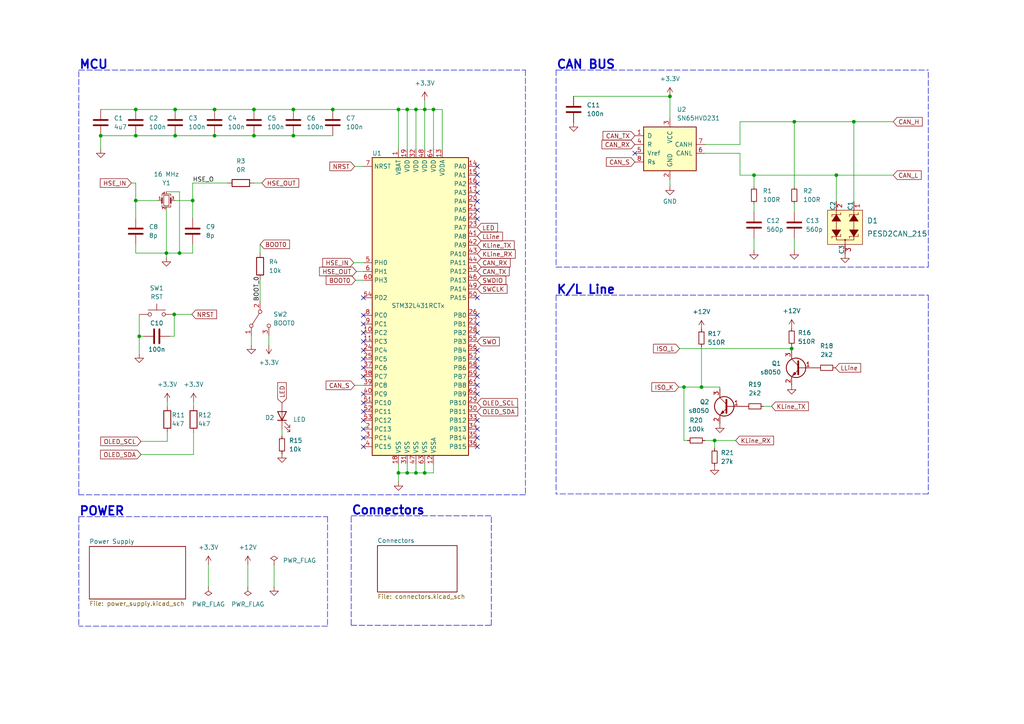
<source format=kicad_sch>
(kicad_sch (version 20211123) (generator eeschema)
  (paper "A4")
  (title_block (title "OBD Monitoring device") (date "2022-10-17") (rev "2"))
  (lib_symbols
    (symbol "+3.3V_1" (power) (pin_names (offset 0))
      (property "Value" "+3.3V_1" (at 0 3.556 0))
      (symbol "+3.3V_1_0_1"
        (polyline (pts (xy -0.762 1.27) (xy 0 2.54)))
        (polyline (pts (xy 0 0) (xy 0 2.54)))
        (polyline (pts (xy 0 2.54) (xy 0.762 1.27)))
      )
      (symbol "+3.3V_1_1_1"
        (pin power_in line (at 0 0 90) (length 0) hide (name "+3.3V") (number "1"))
      )
    )
    (symbol "+3.3V_2" (power) (pin_names (offset 0))
      (property "Value" "+3.3V_2" (at 0 3.556 0))
      (symbol "+3.3V_2_0_1"
        (polyline (pts (xy -0.762 1.27) (xy 0 2.54)))
        (polyline (pts (xy 0 0) (xy 0 2.54)))
        (polyline (pts (xy 0 2.54) (xy 0.762 1.27)))
      )
      (symbol "+3.3V_2_1_1"
        (pin power_in line (at 0 0 90) (length 0) hide (name "+3.3V") (number "1"))
      )
    )
    (symbol "+3.3V_3" (power) (pin_names (offset 0))
      (property "Value" "+3.3V_3" (at 0 3.556 0))
      (symbol "+3.3V_3_0_1"
        (polyline (pts (xy -0.762 1.27) (xy 0 2.54)))
        (polyline (pts (xy 0 0) (xy 0 2.54)))
        (polyline (pts (xy 0 2.54) (xy 0.762 1.27)))
      )
      (symbol "+3.3V_3_1_1"
        (pin power_in line (at 0 0 90) (length 0) hide (name "+3.3V") (number "1"))
      )
    )
    (symbol "+3.3V_4" (power) (pin_names (offset 0))
      (property "Value" "+3.3V_4" (at 0 3.556 0))
      (symbol "+3.3V_4_0_1"
        (polyline (pts (xy -0.762 1.27) (xy 0 2.54)))
        (polyline (pts (xy 0 0) (xy 0 2.54)))
        (polyline (pts (xy 0 2.54) (xy 0.762 1.27)))
      )
      (symbol "+3.3V_4_1_1"
        (pin power_in line (at 0 0 90) (length 0) hide (name "+3.3V") (number "1"))
      )
    )
    (symbol "+3.3V_5" (power) (pin_names (offset 0))
      (property "Value" "+3.3V_5" (at 0 3.556 0))
      (symbol "+3.3V_5_0_1"
        (polyline (pts (xy -0.762 1.27) (xy 0 2.54)))
        (polyline (pts (xy 0 0) (xy 0 2.54)))
        (polyline (pts (xy 0 2.54) (xy 0.762 1.27)))
      )
      (symbol "+3.3V_5_1_1"
        (pin power_in line (at 0 0 90) (length 0) hide (name "+3.3V") (number "1"))
      )
    )
    (symbol "+3.3V_7" (power) (pin_names (offset 0))
      (property "Value" "+3.3V_7" (at 0 3.556 0))
      (symbol "+3.3V_7_0_1"
        (polyline (pts (xy -0.762 1.27) (xy 0 2.54)))
        (polyline (pts (xy 0 0) (xy 0 2.54)))
        (polyline (pts (xy 0 2.54) (xy 0.762 1.27)))
      )
      (symbol "+3.3V_7_1_1"
        (pin power_in line (at 0 0 90) (length 0) hide (name "+3.3V") (number "1"))
      )
    )
    (symbol "Device:C" (pin_numbers hide) (pin_names (offset 0.254))
      (property "Reference" "C" (at 0.635 2.54 0))
      (property "Value" "C" (at 0.635 -2.54 0))
      (symbol "C_0_1"
        (polyline (pts (xy -2.032 -0.762) (xy 2.032 -0.762)) (stroke (width 0.508)))
        (polyline (pts (xy -2.032 0.762) (xy 2.032 0.762)) (stroke (width 0.508)))
      )
      (symbol "C_1_1"
        (pin passive line (at 0 3.81 270) (length 2.794) (name "~") (number "1"))
        (pin passive line (at 0 -3.81 90) (length 2.794) (name "~") (number "2"))
      )
    )
    (symbol "Device:Crystal_GND24_Small" (pin_names (offset 1.016) hide)
      (property "Reference" "Y" (at 1.27 4.445 0))
      (property "Value" "Crystal_GND24_Small" (at 1.27 2.54 0))
      (symbol "Crystal_GND24_Small_0_1"
        (rectangle (start -0.762 -1.524) (end 0.762 1.524))
        (polyline (pts (xy -1.27 -0.762) (xy -1.27 0.762)) (stroke (width 0.381)))
        (polyline (pts (xy 1.27 -0.762) (xy 1.27 0.762)) (stroke (width 0.381)))
        (polyline (pts (xy -1.27 -1.27) (xy -1.27 -1.905) (xy 1.27 -1.905) (xy 1.27 -1.27)))
        (polyline (pts (xy -1.27 1.27) (xy -1.27 1.905) (xy 1.27 1.905) (xy 1.27 1.27)))
      )
      (symbol "Crystal_GND24_Small_1_1"
        (pin passive line (at -2.54 0 0) (length 1.27) (name "1") (number "1"))
        (pin passive line (at 0 -2.54 90) (length 0.635) (name "2") (number "2"))
        (pin passive line (at 2.54 0 180) (length 1.27) (name "3") (number "3"))
        (pin passive line (at 0 2.54 270) (length 0.635) (name "4") (number "4"))
      )
    )
    (symbol "Device:LED" (pin_numbers hide) (pin_names (offset 1.016) hide)
      (property "Reference" "D" (at 0 2.54 0))
      (property "Value" "LED" (at 0 -2.54 0))
      (symbol "LED_0_1"
        (polyline (pts (xy -1.27 -1.27) (xy -1.27 1.27)) (stroke (width 0.254)))
        (polyline (pts (xy -1.27 0) (xy 1.27 0)))
        (polyline (pts (xy 1.27 -1.27) (xy 1.27 1.27) (xy -1.27 0) (xy 1.27 -1.27)) (stroke (width 0.254)))
        (polyline (pts (xy -3.048 -0.762) (xy -4.572 -2.286) (xy -3.81 -2.286) (xy -4.572 -2.286) (xy -4.572 -1.524)))
        (polyline (pts (xy -1.778 -0.762) (xy -3.302 -2.286) (xy -2.54 -2.286) (xy -3.302 -2.286) (xy -3.302 -1.524)))
      )
      (symbol "LED_1_1"
        (pin passive line (at -3.81 0 0) (length 2.54) (name "K") (number "1"))
        (pin passive line (at 3.81 0 180) (length 2.54) (name "A") (number "2"))
      )
    )
    (symbol "Device:Q_NPN_BEC" (pin_names (offset 0) hide)
      (property "Reference" "Q" (at 5.08 1.27 0))
      (property "Value" "Q_NPN_BEC" (at 5.08 -1.27 0))
      (symbol "Q_NPN_BEC_0_1"
        (polyline (pts (xy 0.635 0.635) (xy 2.54 2.54)))
        (polyline (pts (xy 0.635 -0.635) (xy 2.54 -2.54) (xy 2.54 -2.54)))
        (polyline (pts (xy 0.635 1.905) (xy 0.635 -1.905) (xy 0.635 -1.905)) (stroke (width 0.508)))
        (polyline (pts (xy 1.27 -1.778) (xy 1.778 -1.27) (xy 2.286 -2.286) (xy 1.27 -1.778) (xy 1.27 -1.778)) (fill (type outline)))
        (circle (center 1.27 0) (radius 2.8194) (stroke (width 0.254)))
      )
      (symbol "Q_NPN_BEC_1_1"
        (pin input line (at -5.08 0 0) (length 5.715) (name "B") (number "1"))
        (pin passive line (at 2.54 -5.08 90) (length 2.54) (name "E") (number "2"))
        (pin passive line (at 2.54 5.08 270) (length 2.54) (name "C") (number "3"))
      )
    )
    (symbol "Device:R" (pin_numbers hide) (pin_names (offset 0))
      (property "Reference" "R" (at 2.032 0 90))
      (property "Value" "R" (at 0 0 90))
      (symbol "R_0_1"
        (rectangle (start -1.016 -2.54) (end 1.016 2.54) (stroke (width 0.254)))
      )
      (symbol "R_1_1"
        (pin passive line (at 0 3.81 270) (length 1.27) (name "~") (number "1"))
        (pin passive line (at 0 -3.81 90) (length 1.27) (name "~") (number "2"))
      )
    )
    (symbol "Device:R_Small" (pin_numbers hide) (pin_names (offset 0.254) hide)
      (property "Reference" "R" (at 0.762 0.508 0))
      (property "Value" "R_Small" (at 0.762 -1.016 0))
      (symbol "R_Small_0_1"
        (rectangle (start -0.762 1.778) (end 0.762 -1.778) (stroke (width 0.2032)))
      )
      (symbol "R_Small_1_1"
        (pin passive line (at 0 2.54 270) (length 0.762) (name "~") (number "1"))
        (pin passive line (at 0 -2.54 90) (length 0.762) (name "~") (number "2"))
      )
    )
    (symbol "Interface_CAN_LIN:SN65HVD230" (pin_names (offset 1.016))
      (property "Reference" "U" (at -2.54 10.16 0))
      (property "Value" "SN65HVD230" (at -2.54 7.62 0))
      (symbol "SN65HVD230_0_1"
        (rectangle (start -7.62 5.08) (end 7.62 -7.62) (stroke (width 0.254)) (fill (type background)))
      )
      (symbol "SN65HVD230_1_1"
        (pin input line (at -10.16 2.54 0) (length 2.54) (name "D") (number "1"))
        (pin power_in line (at 0 -10.16 90) (length 2.54) (name "GND") (number "2"))
        (pin power_in line (at 0 7.62 270) (length 2.54) (name "VCC") (number "3"))
        (pin output line (at -10.16 0 0) (length 2.54) (name "R") (number "4"))
        (pin output line (at -10.16 -2.54 0) (length 2.54) (name "Vref") (number "5"))
        (pin bidirectional line (at 10.16 -2.54 180) (length 2.54) (name "CANL") (number "6"))
        (pin bidirectional line (at 10.16 0 180) (length 2.54) (name "CANH") (number "7"))
        (pin input line (at -10.16 -5.08 0) (length 2.54) (name "Rs") (number "8"))
      )
    )
    (symbol "MCU_ST_STM32L4:STM32L431RCTx"
      (property "Reference" "U" (at -15.24 44.45 0))
      (property "Value" "STM32L431RCTx" (at 7.62 44.45 0))
      (symbol "STM32L431RCTx_0_1"
        (rectangle (start -15.24 -43.18) (end 12.7 43.18) (stroke (width 0.254)) (fill (type background)))
      )
      (symbol "STM32L431RCTx_1_1"
        (pin power_in line (at -7.62 45.72 270) (length 2.54) (name "VBAT") (number "1"))
        (pin bidirectional line (at -17.78 -7.62 0) (length 2.54) (name "PC2") (number "10"))
        (pin bidirectional line (at -17.78 -10.16 0) (length 2.54) (name "PC3") (number "11"))
        (pin power_in line (at 2.54 -45.72 90) (length 2.54) (name "VSSA") (number "12"))
        (pin power_in line (at 5.08 45.72 270) (length 2.54) (name "VDDA") (number "13"))
        (pin bidirectional line (at 15.24 40.64 180) (length 2.54) (name "PA0") (number "14"))
        (pin bidirectional line (at 15.24 38.1 180) (length 2.54) (name "PA1") (number "15"))
        (pin bidirectional line (at 15.24 35.56 180) (length 2.54) (name "PA2") (number "16"))
        (pin bidirectional line (at 15.24 33.02 180) (length 2.54) (name "PA3") (number "17"))
        (pin power_in line (at -7.62 -45.72 90) (length 2.54) (name "VSS") (number "18"))
        (pin power_in line (at -5.08 45.72 270) (length 2.54) (name "VDD") (number "19"))
        (pin bidirectional line (at -17.78 -35.56 0) (length 2.54) (name "PC13") (number "2"))
        (pin bidirectional line (at 15.24 30.48 180) (length 2.54) (name "PA4") (number "20"))
        (pin bidirectional line (at 15.24 27.94 180) (length 2.54) (name "PA5") (number "21"))
        (pin bidirectional line (at 15.24 25.4 180) (length 2.54) (name "PA6") (number "22"))
        (pin bidirectional line (at 15.24 22.86 180) (length 2.54) (name "PA7") (number "23"))
        (pin bidirectional line (at -17.78 -12.7 0) (length 2.54) (name "PC4") (number "24"))
        (pin bidirectional line (at -17.78 -15.24 0) (length 2.54) (name "PC5") (number "25"))
        (pin bidirectional line (at 15.24 -2.54 180) (length 2.54) (name "PB0") (number "26"))
        (pin bidirectional line (at 15.24 -5.08 180) (length 2.54) (name "PB1") (number "27"))
        (pin bidirectional line (at 15.24 -7.62 180) (length 2.54) (name "PB2") (number "28"))
        (pin bidirectional line (at 15.24 -27.94 180) (length 2.54) (name "PB10") (number "29"))
        (pin bidirectional line (at -17.78 -38.1 0) (length 2.54) (name "PC14") (number "3"))
        (pin bidirectional line (at 15.24 -30.48 180) (length 2.54) (name "PB11") (number "30"))
        (pin power_in line (at -5.08 -45.72 90) (length 2.54) (name "VSS") (number "31"))
        (pin power_in line (at -2.54 45.72 270) (length 2.54) (name "VDD") (number "32"))
        (pin bidirectional line (at 15.24 -33.02 180) (length 2.54) (name "PB12") (number "33"))
        (pin bidirectional line (at 15.24 -35.56 180) (length 2.54) (name "PB13") (number "34"))
        (pin bidirectional line (at 15.24 -38.1 180) (length 2.54) (name "PB14") (number "35"))
        (pin bidirectional line (at 15.24 -40.64 180) (length 2.54) (name "PB15") (number "36"))
        (pin bidirectional line (at -17.78 -17.78 0) (length 2.54) (name "PC6") (number "37"))
        (pin bidirectional line (at -17.78 -20.32 0) (length 2.54) (name "PC7") (number "38"))
        (pin bidirectional line (at -17.78 -22.86 0) (length 2.54) (name "PC8") (number "39"))
        (pin bidirectional line (at -17.78 -40.64 0) (length 2.54) (name "PC15") (number "4"))
        (pin bidirectional line (at -17.78 -25.4 0) (length 2.54) (name "PC9") (number "40"))
        (pin bidirectional line (at 15.24 20.32 180) (length 2.54) (name "PA8") (number "41"))
        (pin bidirectional line (at 15.24 17.78 180) (length 2.54) (name "PA9") (number "42"))
        (pin bidirectional line (at 15.24 15.24 180) (length 2.54) (name "PA10") (number "43"))
        (pin bidirectional line (at 15.24 12.7 180) (length 2.54) (name "PA11") (number "44"))
        (pin bidirectional line (at 15.24 10.16 180) (length 2.54) (name "PA12") (number "45"))
        (pin bidirectional line (at 15.24 7.62 180) (length 2.54) (name "PA13") (number "46"))
        (pin power_in line (at -2.54 -45.72 90) (length 2.54) (name "VSS") (number "47"))
        (pin power_in line (at 0 45.72 270) (length 2.54) (name "VDD") (number "48"))
        (pin bidirectional line (at 15.24 5.08 180) (length 2.54) (name "PA14") (number "49"))
        (pin input line (at -17.78 12.7 0) (length 2.54) (name "PH0") (number "5"))
        (pin bidirectional line (at 15.24 2.54 180) (length 2.54) (name "PA15") (number "50"))
        (pin bidirectional line (at -17.78 -27.94 0) (length 2.54) (name "PC10") (number "51"))
        (pin bidirectional line (at -17.78 -30.48 0) (length 2.54) (name "PC11") (number "52"))
        (pin bidirectional line (at -17.78 -33.02 0) (length 2.54) (name "PC12") (number "53"))
        (pin bidirectional line (at -17.78 2.54 0) (length 2.54) (name "PD2") (number "54"))
        (pin bidirectional line (at 15.24 -10.16 180) (length 2.54) (name "PB3") (number "55"))
        (pin bidirectional line (at 15.24 -12.7 180) (length 2.54) (name "PB4") (number "56"))
        (pin bidirectional line (at 15.24 -15.24 180) (length 2.54) (name "PB5") (number "57"))
        (pin bidirectional line (at 15.24 -17.78 180) (length 2.54) (name "PB6") (number "58"))
        (pin bidirectional line (at 15.24 -20.32 180) (length 2.54) (name "PB7") (number "59"))
        (pin input line (at -17.78 10.16 0) (length 2.54) (name "PH1") (number "6"))
        (pin bidirectional line (at -17.78 7.62 0) (length 2.54) (name "PH3") (number "60"))
        (pin bidirectional line (at 15.24 -22.86 180) (length 2.54) (name "PB8") (number "61"))
        (pin bidirectional line (at 15.24 -25.4 180) (length 2.54) (name "PB9") (number "62"))
        (pin power_in line (at 0 -45.72 90) (length 2.54) (name "VSS") (number "63"))
        (pin power_in line (at 2.54 45.72 270) (length 2.54) (name "VDD") (number "64"))
        (pin input line (at -17.78 40.64 0) (length 2.54) (name "NRST") (number "7"))
        (pin bidirectional line (at -17.78 -2.54 0) (length 2.54) (name "PC0") (number "8"))
        (pin bidirectional line (at -17.78 -5.08 0) (length 2.54) (name "PC1") (number "9"))
      )
    )
    (symbol "Switch:SW_Push" (pin_numbers hide) (pin_names (offset 1.016) hide)
      (property "Reference" "SW" (at 1.27 2.54 0))
      (property "Value" "SW_Push" (at 0 -1.524 0))
      (symbol "SW_Push_0_1"
        (circle (center -2.032 0) (radius 0.508))
        (polyline (pts (xy 0 1.27) (xy 0 3.048)))
        (polyline (pts (xy 2.54 1.27) (xy -2.54 1.27)))
        (circle (center 2.032 0) (radius 0.508))
        (pin passive line (at -5.08 0 0) (length 2.54) (name "1") (number "1"))
        (pin passive line (at 5.08 0 180) (length 2.54) (name "2") (number "2"))
      )
    )
    (symbol "Switch:SW_SPDT" (pin_names (offset 0) hide)
      (property "Reference" "SW" (at 0 4.318 0))
      (property "Value" "SW_SPDT" (at 0 -5.08 0))
      (symbol "SW_SPDT_0_0"
        (circle (center -2.032 0) (radius 0.508))
        (circle (center 2.032 -2.54) (radius 0.508))
      )
      (symbol "SW_SPDT_0_1"
        (polyline (pts (xy -1.524 0.254) (xy 1.651 2.286)))
        (circle (center 2.032 2.54) (radius 0.508))
      )
      (symbol "SW_SPDT_1_1"
        (pin passive line (at 5.08 2.54 180) (length 2.54) (name "A") (number "1"))
        (pin passive line (at -5.08 0 0) (length 2.54) (name "B") (number "2"))
        (pin passive line (at 5.08 -2.54 180) (length 2.54) (name "C") (number "3"))
      )
    )
    (symbol "dk_TVS-Diodes:PESD2CAN_215" (pin_names (offset 0))
      (property "Reference" "D" (at -5.334 6.096 0))
      (property "Value" "PESD2CAN_215" (at 0 -6.35 0))
      (symbol "PESD2CAN_215_0_1"
        (rectangle (start -5.08 5.08) (end 4.826 -5.08) (fill (type background)))
        (polyline (pts (xy -3.81 -3.81) (xy -3.175 -3.81)))
        (polyline (pts (xy -3.81 -2.54) (xy -7.62 -2.54)))
        (polyline (pts (xy -3.81 -1.27) (xy -4.318 -1.27)))
        (polyline (pts (xy -3.81 -1.27) (xy -3.81 -3.81)))
        (polyline (pts (xy -3.81 1.27) (xy -3.175 1.27)))
        (polyline (pts (xy -3.81 2.54) (xy -7.62 2.54)))
        (polyline (pts (xy -3.81 3.81) (xy -4.318 3.81)))
        (polyline (pts (xy -3.81 3.81) (xy -3.81 1.27)))
        (polyline (pts (xy 0.635 -2.54) (xy -1.905 -2.54)))
        (polyline (pts (xy 0.635 2.54) (xy -1.905 2.54)))
        (polyline (pts (xy 0.635 2.54) (xy 0.635 2.54)))
        (polyline (pts (xy 2.54 -3.81) (xy 3.048 -3.81)))
        (polyline (pts (xy 2.54 -1.27) (xy 1.905 -1.27)))
        (polyline (pts (xy 2.54 -1.27) (xy 2.54 -3.81)))
        (polyline (pts (xy 2.54 1.27) (xy 3.048 1.27)))
        (polyline (pts (xy 2.54 3.81) (xy 1.905 3.81)))
        (polyline (pts (xy 2.54 3.81) (xy 2.54 1.27)))
        (polyline (pts (xy 3.556 0) (xy 6.096 0)))
        (polyline (pts (xy -1.905 -1.27) (xy -1.905 -3.81) (xy -3.81 -2.54) (xy -1.905 -1.27)) (fill (type outline)))
        (polyline (pts (xy -1.905 1.27) (xy -1.905 3.81) (xy -3.81 2.54) (xy -1.905 1.27)) (fill (type outline)))
        (polyline (pts (xy 0.635 -1.27) (xy 0.635 -3.81) (xy 2.54 -2.54) (xy 0.635 -1.27)) (fill (type outline)))
        (polyline (pts (xy 0.635 3.81) (xy 0.635 1.27) (xy 2.54 2.54) (xy 0.635 3.81)) (fill (type outline)))
        (polyline (pts (xy 1.016 2.54) (xy 3.556 2.54) (xy 3.556 -2.54) (xy 1.016 -2.54)))
        (circle (center 3.556 0) (radius 0.1778) (fill (type outline)))
      )
      (symbol "PESD2CAN_215_1_1"
        (pin bidirectional line (at -7.62 2.54 0) (length 2.54) (name "C1") (number "1"))
        (pin bidirectional line (at -7.62 -2.54 0) (length 2.54) (name "C2") (number "2"))
        (pin bidirectional line (at 7.62 0 180) (length 2.54) (name "C3") (number "3"))
      )
    )
    (symbol "power:+12V" (power) (pin_names (offset 0))
      (property "Value" "+12V" (at 0 3.556 0))
      (symbol "+12V_0_1"
        (polyline (pts (xy -0.762 1.27) (xy 0 2.54)))
        (polyline (pts (xy 0 0) (xy 0 2.54)))
        (polyline (pts (xy 0 2.54) (xy 0.762 1.27)))
      )
      (symbol "+12V_1_1"
        (pin power_in line (at 0 0 90) (length 0) hide (name "+12V") (number "1"))
      )
    )
    (symbol "power:GND" (power) (pin_names (offset 0))
      (property "Value" "GND" (at 0 -3.81 0))
      (symbol "GND_0_1"
        (polyline (pts (xy 0 0) (xy 0 -1.27) (xy 1.27 -1.27) (xy 0 -2.54) (xy -1.27 -1.27) (xy 0 -1.27)))
      )
      (symbol "GND_1_1"
        (pin power_in line (at 0 0 270) (length 0) hide (name "GND") (number "1"))
      )
    )
    (symbol "power:PWR_FLAG" (power) (pin_numbers hide) (pin_names (offset 0) hide)
      (property "Value" "PWR_FLAG" (at 0 3.81 0))
      (symbol "PWR_FLAG_0_0"
        (pin power_out line (at 0 0 90) (length 0) (name "pwr") (number "1"))
      )
      (symbol "PWR_FLAG_0_1"
        (polyline (pts (xy 0 0) (xy 0 1.27) (xy -1.016 1.905) (xy 0 2.54) (xy 1.016 1.905) (xy 0 1.27)))
      )
    )
  )
  (junction (at 96.52 31.75))
  (junction (at 120.65 31.75))
  (junction (at 40.386 97.536))
  (junction (at 50.546 91.186))
  (junction (at 39.37 39.37))
  (junction (at 85.09 39.37))
  (junction (at 50.8 31.75))
  (junction (at 194.31 27.94))
  (junction (at 247.65 35.306))
  (junction (at 230.378 35.306))
  (junction (at 207.264 127.762))
  (junction (at 73.66 39.37))
  (junction (at 198.374 112.268))
  (junction (at 115.57 137.16))
  (junction (at 52.07 73.406))
  (junction (at 55.88 58.166))
  (junction (at 48.26 73.406))
  (junction (at 85.09 31.75))
  (junction (at 73.66 31.75))
  (junction (at 120.65 137.16))
  (junction (at 118.11 137.16))
  (junction (at 242.57 50.8))
  (junction (at 50.8 39.37))
  (junction (at 29.21 39.37))
  (junction (at 125.73 31.75))
  (junction (at 218.694 50.8))
  (junction (at 39.37 58.166))
  (junction (at 123.19 137.16))
  (junction (at 229.616 101.092))
  (junction (at 123.19 31.75))
  (junction (at 115.57 31.75))
  (junction (at 62.23 39.37))
  (junction (at 203.454 112.268))
  (junction (at 62.23 31.75))
  (junction (at 39.37 31.75))
  (junction (at 118.11 31.75))
  (no_connect (at 105.41 96.52))
  (no_connect (at 105.41 99.06))
  (no_connect (at 105.41 91.44))
  (no_connect (at 105.41 93.98))
  (no_connect (at 105.41 86.36))
  (no_connect (at 105.41 106.68))
  (no_connect (at 105.41 114.3))
  (no_connect (at 105.41 119.38))
  (no_connect (at 105.41 116.84))
  (no_connect (at 105.41 129.54))
  (no_connect (at 105.41 124.46))
  (no_connect (at 105.41 127))
  (no_connect (at 105.41 121.92))
  (no_connect (at 105.41 101.6))
  (no_connect (at 138.43 86.36))
  (no_connect (at 138.43 48.26))
  (no_connect (at 138.43 60.96))
  (no_connect (at 138.43 58.42))
  (no_connect (at 138.43 50.8))
  (no_connect (at 138.43 63.5))
  (no_connect (at 138.43 53.34))
  (no_connect (at 138.43 55.88))
  (no_connect (at 138.43 93.98))
  (no_connect (at 138.43 91.44))
  (no_connect (at 138.43 96.52))
  (no_connect (at 138.43 104.14))
  (no_connect (at 138.43 111.76))
  (no_connect (at 138.43 114.3))
  (no_connect (at 138.43 101.6))
  (no_connect (at 138.43 121.92))
  (no_connect (at 138.43 127))
  (no_connect (at 138.43 124.46))
  (no_connect (at 138.43 129.54))
  (no_connect (at 105.41 109.22))
  (no_connect (at 138.43 106.68))
  (no_connect (at 138.43 109.22))
  (no_connect (at 184.15 44.45))
  (no_connect (at 105.41 104.14))
  (polyline (pts (xy 152.4 143.51) (xy 22.86 143.51)))
  (wire (pts (xy 125.73 31.75) (xy 128.27 31.75)))
  (wire (pts (xy 229.616 101.092) (xy 229.616 101.6)))
  (polyline (pts (xy 142.494 181.356) (xy 142.494 149.606)))
  (wire (pts (xy 218.694 50.8) (xy 242.57 50.8)))
  (polyline (pts (xy 101.854 181.356) (xy 142.494 181.356)))
  (polyline (pts (xy 161.29 85.598) (xy 269.24 85.598)))
  (wire (pts (xy 214.63 35.306) (xy 214.63 41.91)))
  (wire (pts (xy 62.23 31.75) (xy 73.66 31.75)))
  (wire (pts (xy 230.378 59.182) (xy 230.378 61.468)))
  (wire (pts (xy 118.11 31.75) (xy 120.65 31.75)))
  (wire (pts (xy 194.31 27.94) (xy 166.37 27.94)))
  (wire (pts (xy 120.65 31.75) (xy 120.65 43.18)))
  (wire (pts (xy 48.514 128.016) (xy 40.894 128.016)))
  (wire (pts (xy 214.63 35.306) (xy 230.378 35.306)))
  (wire (pts (xy 40.386 91.186) (xy 40.386 97.536)))
  (wire (pts (xy 115.57 31.75) (xy 118.11 31.75)))
  (polyline (pts (xy 161.29 20.32) (xy 161.29 77.47)))
  (wire (pts (xy 197.104 101.092) (xy 229.616 101.092)))
  (polyline (pts (xy 22.86 143.51) (xy 22.86 20.32)))
  (wire (pts (xy 221.488 117.856) (xy 223.774 117.856)))
  (wire (pts (xy 198.374 127.762) (xy 198.374 112.268)))
  (wire (pts (xy 50.546 91.186) (xy 50.546 97.536)))
  (wire (pts (xy 39.37 58.166) (xy 39.37 63.246)))
  (wire (pts (xy 120.65 31.75) (xy 123.19 31.75)))
  (wire (pts (xy 56.134 125.476) (xy 56.134 131.826)))
  (wire (pts (xy 120.65 134.62) (xy 120.65 137.16)))
  (wire (pts (xy 48.514 125.476) (xy 48.514 128.016)))
  (wire (pts (xy 85.09 39.37) (xy 96.52 39.37)))
  (wire (pts (xy 118.11 134.62) (xy 118.11 137.16)))
  (wire (pts (xy 123.19 137.16) (xy 125.73 137.16)))
  (wire (pts (xy 73.66 31.75) (xy 85.09 31.75)))
  (wire (pts (xy 52.07 55.626) (xy 52.07 73.406)))
  (wire (pts (xy 72.898 97.536) (xy 72.898 100.076)))
  (wire (pts (xy 85.09 31.75) (xy 96.52 31.75)))
  (wire (pts (xy 60.452 163.83) (xy 60.452 170.18)))
  (wire (pts (xy 40.386 97.536) (xy 41.656 97.536)))
  (wire (pts (xy 29.21 31.75) (xy 39.37 31.75)))
  (wire (pts (xy 194.31 27.94) (xy 194.31 34.29)))
  (wire (pts (xy 123.19 29.21) (xy 123.19 31.75)))
  (wire (pts (xy 207.264 127.762) (xy 213.36 127.762)))
  (polyline (pts (xy 152.4 20.32) (xy 152.4 143.51)))
  (wire (pts (xy 118.11 137.16) (xy 120.65 137.16)))
  (wire (pts (xy 115.57 134.62) (xy 115.57 137.16)))
  (wire (pts (xy 204.47 127.762) (xy 207.264 127.762)))
  (wire (pts (xy 55.88 58.166) (xy 55.88 63.246)))
  (wire (pts (xy 214.63 50.8) (xy 218.694 50.8)))
  (wire (pts (xy 71.882 163.83) (xy 71.882 170.18)))
  (wire (pts (xy 48.26 55.626) (xy 52.07 55.626)))
  (wire (pts (xy 196.85 112.268) (xy 198.374 112.268)))
  (polyline (pts (xy 161.29 85.598) (xy 161.29 143.256)))
  (wire (pts (xy 52.07 73.406) (xy 48.26 73.406)))
  (wire (pts (xy 50.546 91.186) (xy 55.626 91.186)))
  (wire (pts (xy 75.438 81.026) (xy 75.438 87.376)))
  (wire (pts (xy 55.88 70.866) (xy 55.88 73.406)))
  (wire (pts (xy 123.19 134.62) (xy 123.19 137.16)))
  (wire (pts (xy 55.88 73.406) (xy 52.07 73.406)))
  (wire (pts (xy 229.616 100.33) (xy 229.616 101.092)))
  (wire (pts (xy 120.65 137.16) (xy 123.19 137.16)))
  (wire (pts (xy 50.8 39.37) (xy 62.23 39.37)))
  (polyline (pts (xy 22.86 20.32) (xy 27.94 20.32)))
  (polyline (pts (xy 22.86 149.86) (xy 94.996 149.86)))
  (wire (pts (xy 38.1 53.086) (xy 39.37 53.086)))
  (wire (pts (xy 204.47 44.45) (xy 214.63 44.45)))
  (polyline (pts (xy 161.29 20.32) (xy 269.24 20.32)))
  (wire (pts (xy 55.88 53.086) (xy 55.88 58.166)))
  (wire (pts (xy 123.19 31.75) (xy 123.19 43.18)))
  (wire (pts (xy 102.616 76.2) (xy 105.41 76.2)))
  (wire (pts (xy 194.31 52.07) (xy 194.31 53.975)))
  (wire (pts (xy 128.27 31.75) (xy 128.27 43.18)))
  (wire (pts (xy 39.37 53.086) (xy 39.37 58.166)))
  (wire (pts (xy 115.57 137.16) (xy 115.57 139.7)))
  (wire (pts (xy 247.65 35.306) (xy 259.08 35.306)))
  (wire (pts (xy 203.454 100.584) (xy 203.454 112.268)))
  (wire (pts (xy 50.546 97.536) (xy 49.276 97.536)))
  (polyline (pts (xy 94.996 149.86) (xy 94.996 181.61)))
  (wire (pts (xy 39.37 73.406) (xy 48.26 73.406)))
  (polyline (pts (xy 269.24 77.47) (xy 269.24 20.32)))
  (wire (pts (xy 115.57 31.75) (xy 115.57 43.18)))
  (wire (pts (xy 105.41 111.76) (xy 102.87 111.76)))
  (wire (pts (xy 214.63 41.91) (xy 204.47 41.91)))
  (polyline (pts (xy 27.94 20.32) (xy 152.4 20.32)))
  (wire (pts (xy 123.19 31.75) (xy 125.73 31.75)))
  (wire (pts (xy 56.134 131.826) (xy 40.894 131.826)))
  (wire (pts (xy 62.23 39.37) (xy 73.66 39.37)))
  (wire (pts (xy 40.386 97.536) (xy 40.386 102.616)))
  (wire (pts (xy 48.26 60.706) (xy 48.26 73.406)))
  (polyline (pts (xy 161.29 77.47) (xy 269.24 77.47)))
  (wire (pts (xy 48.514 116.586) (xy 48.514 117.856)))
  (wire (pts (xy 39.37 39.37) (xy 50.8 39.37)))
  (polyline (pts (xy 94.996 181.61) (xy 22.86 181.61)))
  (wire (pts (xy 50.8 31.75) (xy 62.23 31.75)))
  (wire (pts (xy 96.52 31.75) (xy 115.57 31.75)))
  (wire (pts (xy 56.134 116.586) (xy 56.134 117.856)))
  (wire (pts (xy 118.11 31.75) (xy 118.11 43.18)))
  (polyline (pts (xy 101.854 149.86) (xy 101.854 181.356)))
  (wire (pts (xy 115.57 137.16) (xy 118.11 137.16)))
  (polyline (pts (xy 269.24 85.598) (xy 269.24 143.256)))
  (wire (pts (xy 218.694 59.182) (xy 218.694 61.468)))
  (wire (pts (xy 73.66 39.37) (xy 85.09 39.37)))
  (wire (pts (xy 75.438 70.866) (xy 75.438 73.406)))
  (wire (pts (xy 230.378 69.088) (xy 230.378 72.644)))
  (wire (pts (xy 29.21 39.37) (xy 39.37 39.37)))
  (wire (pts (xy 79.502 163.83) (xy 79.502 170.18)))
  (wire (pts (xy 247.65 35.306) (xy 247.65 58.42)))
  (wire (pts (xy 208.788 112.268) (xy 208.788 112.776)))
  (wire (pts (xy 218.694 69.088) (xy 218.694 72.644)))
  (wire (pts (xy 125.73 31.75) (xy 125.73 43.18)))
  (wire (pts (xy 29.21 39.37) (xy 29.21 43.18)))
  (wire (pts (xy 199.39 127.762) (xy 198.374 127.762)))
  (wire (pts (xy 218.694 54.102) (xy 218.694 50.8)))
  (wire (pts (xy 242.57 50.8) (xy 242.57 58.42)))
  (wire (pts (xy 77.978 97.536) (xy 77.978 100.076)))
  (polyline (pts (xy 269.24 143.256) (xy 161.29 143.256)))
  (wire (pts (xy 207.264 127.762) (xy 207.264 130.048)))
  (wire (pts (xy 203.454 112.268) (xy 208.788 112.268)))
  (wire (pts (xy 103.378 78.74) (xy 105.41 78.74)))
  (wire (pts (xy 48.26 73.406) (xy 48.26 74.676)))
  (wire (pts (xy 105.41 48.26) (xy 102.87 48.26)))
  (wire (pts (xy 230.378 54.102) (xy 230.378 35.306)))
  (wire (pts (xy 55.88 53.086) (xy 66.04 53.086)))
  (wire (pts (xy 73.66 53.086) (xy 75.946 53.086)))
  (polyline (pts (xy 22.86 149.86) (xy 22.86 181.61)))
  (wire (pts (xy 214.63 44.45) (xy 214.63 50.8)))
  (wire (pts (xy 81.788 126.492) (xy 81.788 124.46)))
  (wire (pts (xy 242.57 50.8) (xy 259.08 50.8)))
  (wire (pts (xy 45.72 58.166) (xy 39.37 58.166)))
  (wire (pts (xy 50.8 58.166) (xy 55.88 58.166)))
  (wire (pts (xy 103.124 81.28) (xy 105.41 81.28)))
  (wire (pts (xy 39.37 70.866) (xy 39.37 73.406)))
  (wire (pts (xy 39.37 31.75) (xy 50.8 31.75)))
  (wire (pts (xy 198.374 112.268) (xy 203.454 112.268)))
  (polyline (pts (xy 101.854 149.606) (xy 142.494 149.606)))
  (wire (pts (xy 125.73 134.62) (xy 125.73 137.16)))
  (wire (pts (xy 230.378 35.306) (xy 247.65 35.306)))
  (text "Connectors" (at 101.854 149.606 0) (effects (font (size 2.5 2.5) (thickness 0.5) bold) (justify left bottom)))
  (text "MCU" (at 22.86 20.32 0) (effects (font (size 2.5 2.5) (thickness 0.5) bold) (justify left bottom)))
  (text "POWER" (at 22.86 149.86 0) (effects (font (size 2.5 2.5) (thickness 0.5) bold) (justify left bottom)))
  (text "K/L Line" (at 161.29 85.598 0) (effects (font (size 2.5 2.5) (thickness 0.5) bold) (justify left bottom)))
  (text "CAN BUS" (at 161.29 20.32 0) (effects (font (size 2.5 2.5) bold) (justify left bottom)))
  (label "HSE_O" (at 55.88 53.086 0))
  (label "BOOT_0" (at 75.438 87.376 90))
  (global_label "CAN_RX" (shape input) (at 138.43 76.2 0) (property "Intersheet References" "${INTERSHEET_REFS}" (effects hide)))
  (global_label "HSE_IN" (shape input) (at 38.1 53.086 180) (property "Intersheet References" "${INTERSHEET_REFS}" (effects hide)))
  (global_label "BOOT0" (shape input) (at 103.124 81.28 180) (property "Intersheet References" "${INTERSHEET_REFS}" (effects hide)))
  (global_label "ISO_K" (shape input) (at 196.85 112.268 180) (property "Intersheet References" "${INTERSHEET_REFS}" (effects hide)))
  (global_label "CAN_L" (shape input) (at 259.08 50.8 0) (property "Intersheet References" "${INTERSHEET_REFS}" (effects hide)))
  (global_label "KLine_TX" (shape input) (at 138.43 71.12 0) (property "Intersheet References" "${INTERSHEET_REFS}" (effects hide)))
  (global_label "CAN_S" (shape input) (at 184.15 46.99 180) (property "Intersheet References" "${INTERSHEET_REFS}" (effects hide)))
  (global_label "SWO" (shape input) (at 138.43 99.06 0) (property "Intersheet References" "${INTERSHEET_REFS}" (effects hide)))
  (global_label "LLine" (shape input) (at 242.316 106.68 0) (property "Intersheet References" "${INTERSHEET_REFS}" (effects hide)))
  (global_label "NRST" (shape input) (at 55.626 91.186 0) (property "Intersheet References" "${INTERSHEET_REFS}" (effects hide)))
  (global_label "OLED_SDA" (shape input) (at 138.43 119.38 0) (property "Intersheet References" "${INTERSHEET_REFS}" (effects hide)))
  (global_label "HSE_OUT" (shape input) (at 75.946 53.086 0) (property "Intersheet References" "${INTERSHEET_REFS}" (effects hide)))
  (global_label "NRST" (shape input) (at 102.87 48.26 180) (property "Intersheet References" "${INTERSHEET_REFS}" (effects hide)))
  (global_label "BOOT0" (shape input) (at 75.438 70.866 0) (property "Intersheet References" "${INTERSHEET_REFS}" (effects hide)))
  (global_label "KLine_TX" (shape input) (at 223.774 117.856 0) (property "Intersheet References" "${INTERSHEET_REFS}" (effects hide)))
  (global_label "ISO_L" (shape input) (at 197.104 101.092 180) (property "Intersheet References" "${INTERSHEET_REFS}" (effects hide)))
  (global_label "SWCLK" (shape input) (at 138.43 83.82 0) (property "Intersheet References" "${INTERSHEET_REFS}" (effects hide)))
  (global_label "CAN_TX" (shape input) (at 138.43 78.74 0) (property "Intersheet References" "${INTERSHEET_REFS}" (effects hide)))
  (global_label "CAN_S" (shape input) (at 102.87 111.76 180) (property "Intersheet References" "${INTERSHEET_REFS}" (effects hide)))
  (global_label "HSE_OUT" (shape input) (at 103.378 78.74 180) (property "Intersheet References" "${INTERSHEET_REFS}" (effects hide)))
  (global_label "LED" (shape input) (at 81.788 116.84 90) (property "Intersheet References" "${INTERSHEET_REFS}" (effects hide)))
  (global_label "LED" (shape input) (at 138.43 66.04 0) (property "Intersheet References" "${INTERSHEET_REFS}" (effects hide)))
  (global_label "SWDIO" (shape input) (at 138.43 81.28 0) (property "Intersheet References" "${INTERSHEET_REFS}" (effects hide)))
  (global_label "LLine" (shape input) (at 138.43 68.58 0) (property "Intersheet References" "${INTERSHEET_REFS}" (effects hide)))
  (global_label "OLED_SCL" (shape input) (at 138.43 116.84 0) (property "Intersheet References" "${INTERSHEET_REFS}" (effects hide)))
  (global_label "CAN_RX" (shape input) (at 184.15 41.91 180) (property "Intersheet References" "${INTERSHEET_REFS}" (effects hide)))
  (global_label "OLED_SCL" (shape input) (at 40.894 128.016 180) (property "Intersheet References" "${INTERSHEET_REFS}" (effects hide)))
  (global_label "KLine_RX" (shape input) (at 138.43 73.66 0) (property "Intersheet References" "${INTERSHEET_REFS}" (effects hide)))
  (global_label "OLED_SDA" (shape input) (at 40.894 131.826 180) (property "Intersheet References" "${INTERSHEET_REFS}" (effects hide)))
  (global_label "CAN_TX" (shape input) (at 184.15 39.37 180) (property "Intersheet References" "${INTERSHEET_REFS}" (effects hide)))
  (global_label "CAN_H" (shape input) (at 259.08 35.306 0) (property "Intersheet References" "${INTERSHEET_REFS}" (effects hide)))
  (global_label "HSE_IN" (shape input) (at 102.616 76.2 180) (property "Intersheet References" "${INTERSHEET_REFS}" (effects hide)))
  (global_label "KLine_RX" (shape input) (at 213.36 127.762 0) (property "Intersheet References" "${INTERSHEET_REFS}" (effects hide)))
  (symbol (lib_id "Device:C") (at 96.52 35.56 0) (unit 1)
    (property "Reference" "C7" (at 100.33 34.2899 0) (effects (justify left)))
    (property "Value" "100n" (at 100.33 36.8299 0) (effects (justify left)))
    (property "Footprint" "Capacitor_SMD:C_0402_1005Metric" (effects hide))
  )
  (symbol (lib_id "power:GND") (at 230.378 72.644 0) (unit 1)
    (property "Reference" "#PWR021" (effects hide))
    (property "Value" "GND" (effects hide))
  )
  (symbol (lib_id "power:GND") (at 166.37 35.56 0) (unit 1)
    (property "Reference" "#PWR03" (effects hide))
    (property "Value" "GND" (effects hide))
  )
  (symbol (lib_id "MCU_ST_STM32L4:STM32L431RCTx") (at 123.19 88.9 0) (unit 1)
    (property "Reference" "U1" (at 107.95 44.45 0) (effects (justify left)))
    (property "Value" "STM32L431RCTx" (at 113.538 88.646 0) (effects (justify left)))
    (property "Footprint" "Package_QFP:LQFP-64_10x10mm_P0.5mm" (effects hide))
    (property "Datasheet" "http://www.st.com/st-web-ui/static/active/en/resource/technical/document/datasheet/DM00257211.pdf" (effects hide))
  )
  (symbol (lib_name "+3.3V_1") (lib_id "power:+3.3V") (at 194.31 27.94 0) (unit 1)
    (property "Reference" "#PWR01" (effects hide))
    (property "Value" "+3.3V" (at 194.31 22.86 0))
  )
  (symbol (lib_id "power:GND") (at 72.898 100.076 0) (unit 1)
    (property "Reference" "#PWR011" (effects hide))
    (property "Value" "GND" (effects hide))
  )
  (symbol (lib_id "Switch:SW_SPDT") (at 75.438 92.456 90) (mirror x) (unit 1)
    (property "Reference" "SW2" (at 79.248 91.1859 90) (effects (justify right)))
    (property "Value" "BOOT0" (at 79.248 93.7259 90) (effects (justify right)))
    (property "Footprint" "tme_library:XKB_SS-3235" (effects hide))
  )
  (symbol (lib_id "power:PWR_FLAG") (at 79.502 163.83 0) (unit 1)
    (property "Reference" "#FLG0101" (effects hide))
    (property "Value" "PWR_FLAG" (at 82.042 162.5599 0) (effects (justify left)))
  )
  (symbol (lib_id "Device:R_Small") (at 203.454 98.044 0) (unit 1)
    (property "Reference" "R17" (at 205.232 96.7739 0) (effects (justify left)))
    (property "Value" "510R" (at 205.232 99.3139 0) (effects (justify left)))
    (property "Footprint" "Resistor_SMD:R_0402_1005Metric" (effects hide))
  )
  (symbol (lib_id "power:+12V") (at 71.882 163.83 0) (unit 1)
    (property "Reference" "#PWR0103" (effects hide))
    (property "Value" "+12V" (at 71.882 158.75 0))
  )
  (symbol (lib_id "Device:C") (at 62.23 35.56 0) (unit 1)
    (property "Reference" "C4" (at 66.04 34.2899 0) (effects (justify left)))
    (property "Value" "100n" (at 66.04 36.8299 0) (effects (justify left)))
    (property "Footprint" "Capacitor_SMD:C_0402_1005Metric" (effects hide))
  )
  (symbol (lib_id "Device:LED") (at 81.788 120.65 90) (unit 1)
    (property "Reference" "D2" (at 78.232 121.158 90))
    (property "Value" "LED" (at 86.868 121.666 90))
    (property "Footprint" "LED_SMD:LED_0603_1608Metric" (effects hide))
  )
  (symbol (lib_id "power:+12V") (at 229.616 95.25 0) (unit 1)
    (property "Reference" "#PWR024" (effects hide))
    (property "Value" "+12V" (at 229.616 90.17 0))
  )
  (symbol (lib_id "Device:R_Small") (at 230.378 56.642 0) (unit 1)
    (property "Reference" "R2" (at 232.918 55.3719 0) (effects (justify left)))
    (property "Value" "100R" (at 232.918 57.9119 0) (effects (justify left)))
    (property "Footprint" "Resistor_SMD:R_0402_1005Metric" (effects hide))
  )
  (symbol (lib_id "Interface_CAN_LIN:SN65HVD230") (at 194.31 41.91 0) (unit 1)
    (property "Reference" "U2" (at 196.3294 31.75 0) (effects (justify left)))
    (property "Value" "SN65HVD231" (at 196.3294 34.29 0) (effects (justify left)))
    (property "Footprint" "Package_SO:SOIC-8_3.9x4.9mm_P1.27mm" (effects hide))
    (property "Datasheet" "http://www.ti.com/lit/ds/symlink/sn65hvd230.pdf" (effects hide))
  )
  (symbol (lib_id "power:GND") (at 40.386 102.616 0) (unit 1)
    (property "Reference" "#PWR014" (effects hide))
    (property "Value" "GND" (effects hide))
  )
  (symbol (lib_id "power:GND") (at 245.11 73.66 0) (unit 1)
    (property "Reference" "#PWR07" (effects hide))
    (property "Value" "GND" (effects hide))
  )
  (symbol (lib_id "power:PWR_FLAG") (at 60.452 170.18 180) (unit 1)
    (property "Reference" "#FLG0102" (effects hide))
    (property "Value" "PWR_FLAG" (at 60.452 175.26 0))
  )
  (symbol (lib_id "Device:C") (at 29.21 35.56 0) (unit 1)
    (property "Reference" "C1" (at 33.02 34.2899 0) (effects (justify left)))
    (property "Value" "4u7" (at 33.02 36.8299 0) (effects (justify left)))
    (property "Footprint" "Capacitor_SMD:C_0603_1608Metric" (effects hide))
  )
  (symbol (lib_id "Device:C") (at 39.37 35.56 0) (unit 1)
    (property "Reference" "C2" (at 43.18 34.2899 0) (effects (justify left)))
    (property "Value" "100n" (at 43.18 36.8299 0) (effects (justify left)))
    (property "Footprint" "Capacitor_SMD:C_0402_1005Metric" (effects hide))
  )
  (symbol (lib_id "power:+12V") (at 203.454 95.504 0) (unit 1)
    (property "Reference" "#PWR025" (effects hide))
    (property "Value" "+12V" (at 203.454 90.424 0))
  )
  (symbol (lib_id "power:GND") (at 115.57 139.7 0) (unit 1)
    (property "Reference" "#PWR023" (effects hide))
    (property "Value" "GND" (effects hide))
  )
  (symbol (lib_id "Device:R_Small") (at 218.694 56.642 0) (unit 1)
    (property "Reference" "R1" (at 221.234 55.3719 0) (effects (justify left)))
    (property "Value" "100R" (at 221.234 57.9119 0) (effects (justify left)))
    (property "Footprint" "Resistor_SMD:R_0402_1005Metric" (effects hide))
  )
  (symbol (lib_id "Device:R_Small") (at 229.616 97.79 0) (unit 1)
    (property "Reference" "R16" (at 231.394 96.5199 0) (effects (justify left)))
    (property "Value" "510R" (at 231.394 99.0599 0) (effects (justify left)))
    (property "Footprint" "Resistor_SMD:R_0402_1005Metric" (effects hide))
  )
  (symbol (lib_id "Device:C") (at 230.378 65.278 0) (unit 1)
    (property "Reference" "C13" (at 233.68 64.0079 0) (effects (justify left)))
    (property "Value" "560p" (at 233.68 66.5479 0) (effects (justify left)))
    (property "Footprint" "Capacitor_SMD:C_0402_1005Metric_Pad0.74x0.62mm_HandSolder" (effects hide))
  )
  (symbol (lib_id "Device:R") (at 56.134 121.666 0) (unit 1)
    (property "Reference" "R12" (at 57.404 120.396 0) (effects (justify left)))
    (property "Value" "4k7" (at 57.404 122.936 0) (effects (justify left)))
    (property "Footprint" "Resistor_SMD:R_0402_1005Metric" (effects hide))
  )
  (symbol (lib_id "Device:C") (at 73.66 35.56 0) (unit 1)
    (property "Reference" "C5" (at 77.47 34.2899 0) (effects (justify left)))
    (property "Value" "100n" (at 77.47 36.8299 0) (effects (justify left)))
    (property "Footprint" "Capacitor_SMD:C_0402_1005Metric" (effects hide))
  )
  (symbol (lib_id "Device:R") (at 69.85 53.086 90) (unit 1)
    (property "Reference" "R3" (at 69.85 46.736 90))
    (property "Value" "0R" (at 69.85 49.276 90))
    (property "Footprint" "Resistor_SMD:R_0402_1005Metric" (effects hide))
  )
  (symbol (lib_id "power:GND") (at 229.616 111.76 0) (unit 1)
    (property "Reference" "#PWR026" (effects hide))
    (property "Value" "GND" (effects hide))
  )
  (symbol (lib_id "Device:C") (at 85.09 35.56 0) (unit 1)
    (property "Reference" "C6" (at 88.9 34.2899 0) (effects (justify left)))
    (property "Value" "100n" (at 88.9 36.8299 0) (effects (justify left)))
    (property "Footprint" "Capacitor_SMD:C_0402_1005Metric" (effects hide))
  )
  (symbol (lib_id "Device:Crystal_GND24_Small") (at 48.26 58.166 0) (unit 1)
    (property "Reference" "Y1" (at 48.26 53.086 0))
    (property "Value" "16 MHz" (at 48.26 50.546 0))
    (property "Footprint" "Crystal:Crystal_SMD_3225-4Pin_3.2x2.5mm" (effects hide))
  )
  (symbol (lib_id "power:GND") (at 79.502 170.18 0) (unit 1)
    (property "Reference" "#PWR0102" (effects hide))
    (property "Value" "GND" (effects hide))
  )
  (symbol (lib_id "Device:R") (at 75.438 77.216 0) (unit 1)
    (property "Reference" "R4" (at 77.978 75.9459 0) (effects (justify left)))
    (property "Value" "10k" (at 77.978 78.4859 0) (effects (justify left)))
    (property "Footprint" "Resistor_SMD:R_0402_1005Metric" (effects hide))
  )
  (symbol (lib_id "power:GND") (at 48.26 74.676 0) (unit 1)
    (property "Reference" "#PWR08" (effects hide))
    (property "Value" "GND" (effects hide))
  )
  (symbol (lib_id "Device:R_Small") (at 239.776 106.68 270) (unit 1)
    (property "Reference" "R18" (at 239.776 100.33 90))
    (property "Value" "2k2" (at 239.776 102.87 90))
    (property "Footprint" "Resistor_SMD:R_0402_1005Metric" (effects hide))
  )
  (symbol (lib_id "Device:Q_NPN_BEC") (at 211.328 117.856 0) (mirror y) (unit 1)
    (property "Reference" "Q2" (at 205.74 116.5859 0) (effects (justify left)))
    (property "Value" "s8050" (at 205.74 119.1259 0) (effects (justify left)))
    (property "Footprint" "Package_TO_SOT_SMD:SOT-23" (effects hide))
  )
  (symbol (lib_id "dk_TVS-Diodes:PESD2CAN_215") (at 245.11 66.04 270) (unit 1)
    (property "Reference" "D1" (at 251.46 64.008 90) (effects (font (size 1.524 1.524)) (justify left)))
    (property "Value" "PESD2CAN_215" (at 251.46 67.818 90) (effects (font (size 1.524 1.524)) (justify left)))
    (property "Footprint" "digikey-footprints:SOT-23-3" (effects hide))
    (property "Datasheet" "https://assets.nexperia.com/documents/data-sheet/PESD2CAN.pdf" (effects hide))
    (property "Digi-Key_PN" "1727-3891-1-ND" (effects hide))
    (property "MPN" "PESD2CAN,215" (effects hide))
    (property "Category" "Circuit Protection" (effects hide))
    (property "Family" "TVS - Diodes" (effects hide))
    (property "DK_Datasheet_Link" "https://assets.nexperia.com/documents/data-sheet/PESD2CAN.pdf" (effects hide))
    (property "DK_Detail_Page" "/product-detail/en/nexperia-usa-inc/PESD2CAN,215/1727-3891-1-ND/1589996" (effects hide))
    (property "Description" "TVS DIODE 24V 41V SOT23" (effects hide))
    (property "Manufacturer" "Nexperia USA Inc." (effects hide))
    (property "Status" "Active" (effects hide))
  )
  (symbol (lib_id "Device:C") (at 166.37 31.75 0) (unit 1)
    (property "Reference" "C11" (at 170.18 30.4799 0) (effects (justify left)))
    (property "Value" "100n" (at 170.18 33.0199 0) (effects (justify left)))
    (property "Footprint" "Capacitor_SMD:C_0402_1005Metric" (effects hide))
  )
  (symbol (lib_id "Device:R_Small") (at 201.93 127.762 90) (unit 1)
    (property "Reference" "R20" (at 201.93 121.92 90))
    (property "Value" "100k" (at 201.93 124.46 90))
    (property "Footprint" "Resistor_SMD:R_0402_1005Metric" (effects hide))
  )
  (symbol (lib_name "+3.3V_5") (lib_id "power:+3.3V") (at 77.978 100.076 180) (unit 1)
    (property "Reference" "#PWR012" (effects hide))
    (property "Value" "+3.3V" (at 77.978 105.156 0))
  )
  (symbol (lib_id "Device:R_Small") (at 207.264 132.588 180) (unit 1)
    (property "Reference" "R21" (at 209.042 131.3179 0) (effects (justify right)))
    (property "Value" "27k" (at 209.042 133.8579 0) (effects (justify right)))
    (property "Footprint" "Resistor_SMD:R_0402_1005Metric" (effects hide))
  )
  (symbol (lib_id "power:GND") (at 29.21 43.18 0) (unit 1)
    (property "Reference" "#PWR04" (effects hide))
    (property "Value" "GND" (effects hide))
  )
  (symbol (lib_id "power:GND") (at 194.31 53.975 0) (unit 1)
    (property "Reference" "#PWR06" (effects hide))
    (property "Value" "GND" (at 194.31 58.42 0))
  )
  (symbol (lib_id "power:GND") (at 81.788 131.572 0) (unit 1)
    (property "Reference" "#PWR010" (effects hide))
    (property "Value" "GND" (effects hide))
  )
  (symbol (lib_id "Device:C") (at 218.694 65.278 0) (unit 1)
    (property "Reference" "C12" (at 222.25 64.0079 0) (effects (justify left)))
    (property "Value" "560p" (at 222.25 66.5479 0) (effects (justify left)))
    (property "Footprint" "Capacitor_SMD:C_0402_1005Metric_Pad0.74x0.62mm_HandSolder" (effects hide))
  )
  (symbol (lib_name "+3.3V_4") (lib_id "power:+3.3V") (at 56.134 116.586 0) (unit 1)
    (property "Reference" "#PWR018" (effects hide))
    (property "Value" "+3.3V" (at 56.134 111.506 0))
  )
  (symbol (lib_id "Device:C") (at 50.8 35.56 0) (unit 1)
    (property "Reference" "C3" (at 54.61 34.2899 0) (effects (justify left)))
    (property "Value" "100n" (at 54.61 36.8299 0) (effects (justify left)))
    (property "Footprint" "Capacitor_SMD:C_0402_1005Metric" (effects hide))
  )
  (symbol (lib_id "Device:C") (at 55.88 67.056 0) (unit 1)
    (property "Reference" "C9" (at 59.69 65.7859 0) (effects (justify left)))
    (property "Value" "8p" (at 59.69 68.3259 0) (effects (justify left)))
    (property "Footprint" "Capacitor_SMD:C_0402_1005Metric" (effects hide))
  )
  (symbol (lib_id "Device:R") (at 48.514 121.666 0) (unit 1)
    (property "Reference" "R11" (at 49.784 120.396 0) (effects (justify left)))
    (property "Value" "4k7" (at 49.784 122.936 0) (effects (justify left)))
    (property "Footprint" "Resistor_SMD:R_0402_1005Metric" (effects hide))
  )
  (symbol (lib_id "Device:R_Small") (at 218.948 117.856 270) (unit 1)
    (property "Reference" "R19" (at 218.948 111.506 90))
    (property "Value" "2k2" (at 218.948 114.046 90))
    (property "Footprint" "Resistor_SMD:R_0402_1005Metric" (effects hide))
  )
  (symbol (lib_id "power:GND") (at 207.264 135.128 0) (unit 1)
    (property "Reference" "#PWR029" (effects hide))
    (property "Value" "GND" (effects hide))
  )
  (symbol (lib_id "Device:R_Small") (at 81.788 129.032 180) (unit 1)
    (property "Reference" "R15" (at 83.82 127.7619 0) (effects (justify right)))
    (property "Value" "10k" (at 83.82 130.3019 0) (effects (justify right)))
    (property "Footprint" "Resistor_SMD:R_0402_1005Metric" (effects hide))
  )
  (symbol (lib_id "Switch:SW_Push") (at 45.466 91.186 0) (unit 1)
    (property "Reference" "SW1" (at 45.466 83.566 0))
    (property "Value" "RST" (at 45.466 86.106 0))
    (property "Footprint" "tme_library:TS-1092S" (effects hide))
  )
  (symbol (lib_id "Device:C") (at 45.466 97.536 270) (unit 1)
    (property "Reference" "C10" (at 45.466 93.726 90))
    (property "Value" "100n" (at 45.466 101.346 90))
    (property "Footprint" "Capacitor_SMD:C_0402_1005Metric" (effects hide))
  )
  (symbol (lib_name "+3.3V_2") (lib_id "power:+3.3V") (at 123.19 29.21 0) (unit 1)
    (property "Reference" "#PWR02" (effects hide))
    (property "Value" "+3.3V" (at 123.19 24.13 0))
  )
  (symbol (lib_name "+3.3V_3") (lib_id "power:+3.3V") (at 48.514 116.586 0) (unit 1)
    (property "Reference" "#PWR017" (effects hide))
    (property "Value" "+3.3V" (at 48.514 111.506 0))
  )
  (symbol (lib_id "Device:Q_NPN_BEC") (at 232.156 106.68 0) (mirror y) (unit 1)
    (property "Reference" "Q1" (at 226.568 105.4099 0) (effects (justify left)))
    (property "Value" "s8050" (at 226.568 107.9499 0) (effects (justify left)))
    (property "Footprint" "Package_TO_SOT_SMD:SOT-23" (effects hide))
  )
  (symbol (lib_id "power:PWR_FLAG") (at 71.882 170.18 180) (unit 1)
    (property "Reference" "#FLG0103" (effects hide))
    (property "Value" "PWR_FLAG" (at 71.882 175.26 0))
  )
  (symbol (lib_id "Device:C") (at 39.37 67.056 0) (unit 1)
    (property "Reference" "C8" (at 43.18 65.7859 0) (effects (justify left)))
    (property "Value" "8p" (at 43.18 68.3259 0) (effects (justify left)))
    (property "Footprint" "Capacitor_SMD:C_0402_1005Metric" (effects hide))
  )
  (symbol (lib_name "+3.3V_7") (lib_id "power:+3.3V") (at 60.452 163.83 0) (unit 1)
    (property "Reference" "#PWR0104" (effects hide))
    (property "Value" "+3.3V" (at 60.452 158.75 0))
  )
  (symbol (lib_id "power:GND") (at 218.694 72.644 0) (unit 1)
    (property "Reference" "#PWR05" (effects hide))
    (property "Value" "GND" (effects hide))
  )
  (symbol (lib_id "power:GND") (at 208.788 122.936 0) (unit 1)
    (property "Reference" "#PWR028" (effects hide))
    (property "Value" "GND" (effects hide))
  )
  (sheet (at 25.908 158.496) (size 27.94 15.24) (stroke (width 0.1524))
    (property "Sheet name" "Power Supply" (at 25.908 157.7844 0) (effects (justify left bottom)))
    (property "Sheet file" "power_supply.kicad_sch" (at 25.908 174.3206 0) (effects (justify left top)))
  )
  (sheet (at 109.474 158.242) (size 23.114 13.462) (stroke (width 0.1524))
    (property "Sheet name" "Connectors" (at 109.474 157.5304 0) (effects (justify left bottom)))
    (property "Sheet file" "connectors.kicad_sch" (at 109.474 172.2886 0) (effects (justify left top)))
  )
)
</source>
